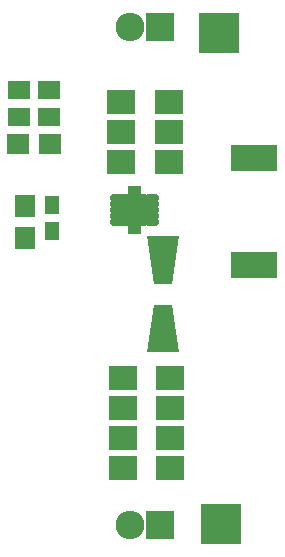
<source format=gts>
G04 #@! TF.FileFunction,Soldermask,Top*
%FSLAX46Y46*%
G04 Gerber Fmt 4.6, Leading zero omitted, Abs format (unit mm)*
G04 Created by KiCad (PCBNEW 0.201508140901+6091~28~ubuntu14.04.1-product) date Thu 05 Nov 2015 06:04:02 AM PST*
%MOMM*%
G01*
G04 APERTURE LIST*
%ADD10C,0.076200*%
%ADD11R,2.400000X2.000000*%
%ADD12R,1.900000X1.650000*%
%ADD13R,4.000000X2.200000*%
%ADD14R,2.432000X2.432000*%
%ADD15O,2.432000X2.432000*%
%ADD16R,3.399740X3.399740*%
%ADD17R,1.900000X1.700000*%
%ADD18R,1.700000X1.900000*%
%ADD19R,1.300000X1.600000*%
%ADD20O,1.250000X0.680000*%
%ADD21R,2.050000X2.800000*%
%ADD22R,0.680000X1.100000*%
%ADD23C,0.800000*%
G04 APERTURE END LIST*
D10*
D11*
X161512000Y-93218000D03*
X157512000Y-93218000D03*
X161512000Y-95758000D03*
X157512000Y-95758000D03*
X161512000Y-98298000D03*
X157512000Y-98298000D03*
D12*
X148864000Y-92202000D03*
X151364000Y-92202000D03*
X148864000Y-94488000D03*
X151364000Y-94488000D03*
D11*
X161639000Y-116586000D03*
X157639000Y-116586000D03*
X161639000Y-119126000D03*
X157639000Y-119126000D03*
X161639000Y-121666000D03*
X157639000Y-121666000D03*
X161639000Y-124206000D03*
X157639000Y-124206000D03*
D10*
G36*
X162385350Y-114375540D02*
X159686650Y-114375540D01*
X160286090Y-110373820D01*
X161785910Y-110373820D01*
X162385350Y-114375540D01*
X162385350Y-114375540D01*
G37*
G36*
X159686650Y-104572460D02*
X162385350Y-104572460D01*
X161785910Y-108574180D01*
X160286090Y-108574180D01*
X159686650Y-104572460D01*
X159686650Y-104572460D01*
G37*
D13*
X168783000Y-97989000D03*
X168783000Y-106989000D03*
D14*
X160782000Y-86868000D03*
D15*
X158242000Y-86868000D03*
D16*
X165785800Y-87401400D03*
X165989000Y-128905000D03*
D14*
X160782000Y-129032000D03*
D15*
X158242000Y-129032000D03*
D17*
X151464000Y-96774000D03*
X148764000Y-96774000D03*
D18*
X149352000Y-104728000D03*
X149352000Y-102028000D03*
D19*
X151638000Y-101897000D03*
X151638000Y-104097000D03*
D20*
X157148000Y-101362000D03*
X157148000Y-101862000D03*
X157148000Y-102362000D03*
X157148000Y-102862000D03*
X157148000Y-103362000D03*
X160098000Y-103362000D03*
X160098000Y-102862000D03*
X160098000Y-102362000D03*
X160098000Y-101862000D03*
X160098000Y-101362000D03*
D21*
X158623000Y-102362000D03*
D22*
X158873000Y-100812000D03*
X158373000Y-100812000D03*
X158873000Y-103912000D03*
X158373000Y-103912000D03*
D23*
X158623000Y-102362000D03*
X159123000Y-103112000D03*
X159123000Y-101612000D03*
X158123000Y-101612000D03*
X158123000Y-103112000D03*
M02*

</source>
